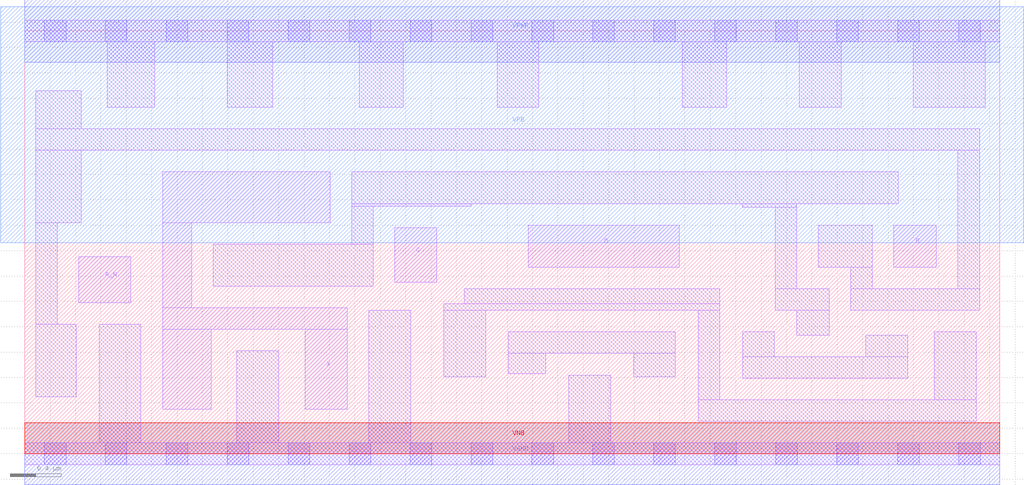
<source format=lef>
# Copyright 2020 The SkyWater PDK Authors
#
# Licensed under the Apache License, Version 2.0 (the "License");
# you may not use this file except in compliance with the License.
# You may obtain a copy of the License at
#
#     https://www.apache.org/licenses/LICENSE-2.0
#
# Unless required by applicable law or agreed to in writing, software
# distributed under the License is distributed on an "AS IS" BASIS,
# WITHOUT WARRANTIES OR CONDITIONS OF ANY KIND, either express or implied.
# See the License for the specific language governing permissions and
# limitations under the License.
#
# SPDX-License-Identifier: Apache-2.0

VERSION 5.7 ;
  NOWIREEXTENSIONATPIN ON ;
  DIVIDERCHAR "/" ;
  BUSBITCHARS "[]" ;
MACRO sky130_fd_sc_hs__and4b_4
  CLASS CORE ;
  FOREIGN sky130_fd_sc_hs__and4b_4 ;
  ORIGIN  0.000000  0.000000 ;
  SIZE  7.680000 BY  3.330000 ;
  SYMMETRY X Y ;
  SITE unit ;
  PIN A_N
    ANTENNAGATEAREA  0.246000 ;
    DIRECTION INPUT ;
    USE SIGNAL ;
    PORT
      LAYER li1 ;
        RECT 0.425000 1.190000 0.835000 1.550000 ;
    END
  END A_N
  PIN B
    ANTENNAGATEAREA  0.492000 ;
    DIRECTION INPUT ;
    USE SIGNAL ;
    PORT
      LAYER li1 ;
        RECT 6.845000 1.470000 7.180000 1.800000 ;
    END
  END B
  PIN C
    ANTENNAGATEAREA  0.492000 ;
    DIRECTION INPUT ;
    USE SIGNAL ;
    PORT
      LAYER li1 ;
        RECT 2.915000 1.350000 3.245000 1.780000 ;
    END
  END C
  PIN D
    ANTENNAGATEAREA  0.492000 ;
    DIRECTION INPUT ;
    USE SIGNAL ;
    PORT
      LAYER li1 ;
        RECT 3.965000 1.470000 5.155000 1.800000 ;
    END
  END D
  PIN X
    ANTENNADIFFAREA  1.209600 ;
    DIRECTION OUTPUT ;
    USE SIGNAL ;
    PORT
      LAYER li1 ;
        RECT 1.085000 0.350000 1.470000 0.980000 ;
        RECT 1.085000 0.980000 2.540000 1.150000 ;
        RECT 1.085000 1.150000 1.315000 1.820000 ;
        RECT 1.085000 1.820000 2.405000 2.220000 ;
        RECT 2.210000 0.350000 2.540000 0.980000 ;
    END
  END X
  PIN VGND
    DIRECTION INOUT ;
    USE GROUND ;
    PORT
      LAYER met1 ;
        RECT 0.000000 -0.245000 7.680000 0.245000 ;
    END
  END VGND
  PIN VNB
    DIRECTION INOUT ;
    USE GROUND ;
    PORT
      LAYER pwell ;
        RECT 0.000000 0.000000 7.680000 0.245000 ;
    END
  END VNB
  PIN VPB
    DIRECTION INOUT ;
    USE POWER ;
    PORT
      LAYER nwell ;
        RECT -0.190000 1.660000 7.870000 3.520000 ;
    END
  END VPB
  PIN VPWR
    DIRECTION INOUT ;
    USE POWER ;
    PORT
      LAYER met1 ;
        RECT 0.000000 3.085000 7.680000 3.575000 ;
    END
  END VPWR
  OBS
    LAYER li1 ;
      RECT 0.000000 -0.085000 7.680000 0.085000 ;
      RECT 0.000000  3.245000 7.680000 3.415000 ;
      RECT 0.085000  0.450000 0.405000 1.020000 ;
      RECT 0.085000  1.020000 0.255000 1.820000 ;
      RECT 0.085000  1.820000 0.445000 2.390000 ;
      RECT 0.085000  2.390000 7.520000 2.560000 ;
      RECT 0.085000  2.560000 0.445000 2.860000 ;
      RECT 0.585000  0.085000 0.915000 1.020000 ;
      RECT 0.650000  2.730000 1.025000 3.245000 ;
      RECT 1.485000  1.320000 2.745000 1.650000 ;
      RECT 1.595000  2.730000 1.955000 3.245000 ;
      RECT 1.670000  0.085000 2.000000 0.810000 ;
      RECT 2.575000  1.650000 2.745000 1.950000 ;
      RECT 2.575000  1.950000 3.515000 1.970000 ;
      RECT 2.575000  1.970000 6.880000 2.220000 ;
      RECT 2.635000  2.730000 2.980000 3.245000 ;
      RECT 2.710000  0.085000 3.040000 1.130000 ;
      RECT 3.300000  0.605000 3.630000 1.130000 ;
      RECT 3.300000  1.130000 5.475000 1.180000 ;
      RECT 3.460000  1.180000 5.475000 1.300000 ;
      RECT 3.720000  2.730000 4.050000 3.245000 ;
      RECT 3.810000  0.630000 4.105000 0.790000 ;
      RECT 3.810000  0.790000 5.125000 0.960000 ;
      RECT 4.285000  0.085000 4.615000 0.620000 ;
      RECT 4.795000  0.605000 5.125000 0.790000 ;
      RECT 5.180000  2.730000 5.530000 3.245000 ;
      RECT 5.305000  0.255000 7.495000 0.425000 ;
      RECT 5.305000  0.425000 5.475000 1.130000 ;
      RECT 5.650000  1.940000 6.080000 1.970000 ;
      RECT 5.655000  0.595000 6.955000 0.765000 ;
      RECT 5.655000  0.765000 5.905000 0.960000 ;
      RECT 5.910000  1.130000 6.335000 1.300000 ;
      RECT 5.910000  1.300000 6.080000 1.940000 ;
      RECT 6.080000  0.935000 6.335000 1.130000 ;
      RECT 6.100000  2.730000 6.430000 3.245000 ;
      RECT 6.250000  1.470000 6.675000 1.800000 ;
      RECT 6.505000  1.130000 7.520000 1.300000 ;
      RECT 6.505000  1.300000 6.675000 1.470000 ;
      RECT 6.625000  0.765000 6.955000 0.935000 ;
      RECT 7.000000  2.730000 7.565000 3.245000 ;
      RECT 7.165000  0.425000 7.495000 0.960000 ;
      RECT 7.350000  1.300000 7.520000 2.390000 ;
    LAYER mcon ;
      RECT 0.155000 -0.085000 0.325000 0.085000 ;
      RECT 0.155000  3.245000 0.325000 3.415000 ;
      RECT 0.635000 -0.085000 0.805000 0.085000 ;
      RECT 0.635000  3.245000 0.805000 3.415000 ;
      RECT 1.115000 -0.085000 1.285000 0.085000 ;
      RECT 1.115000  3.245000 1.285000 3.415000 ;
      RECT 1.595000 -0.085000 1.765000 0.085000 ;
      RECT 1.595000  3.245000 1.765000 3.415000 ;
      RECT 2.075000 -0.085000 2.245000 0.085000 ;
      RECT 2.075000  3.245000 2.245000 3.415000 ;
      RECT 2.555000 -0.085000 2.725000 0.085000 ;
      RECT 2.555000  3.245000 2.725000 3.415000 ;
      RECT 3.035000 -0.085000 3.205000 0.085000 ;
      RECT 3.035000  3.245000 3.205000 3.415000 ;
      RECT 3.515000 -0.085000 3.685000 0.085000 ;
      RECT 3.515000  3.245000 3.685000 3.415000 ;
      RECT 3.995000 -0.085000 4.165000 0.085000 ;
      RECT 3.995000  3.245000 4.165000 3.415000 ;
      RECT 4.475000 -0.085000 4.645000 0.085000 ;
      RECT 4.475000  3.245000 4.645000 3.415000 ;
      RECT 4.955000 -0.085000 5.125000 0.085000 ;
      RECT 4.955000  3.245000 5.125000 3.415000 ;
      RECT 5.435000 -0.085000 5.605000 0.085000 ;
      RECT 5.435000  3.245000 5.605000 3.415000 ;
      RECT 5.915000 -0.085000 6.085000 0.085000 ;
      RECT 5.915000  3.245000 6.085000 3.415000 ;
      RECT 6.395000 -0.085000 6.565000 0.085000 ;
      RECT 6.395000  3.245000 6.565000 3.415000 ;
      RECT 6.875000 -0.085000 7.045000 0.085000 ;
      RECT 6.875000  3.245000 7.045000 3.415000 ;
      RECT 7.355000 -0.085000 7.525000 0.085000 ;
      RECT 7.355000  3.245000 7.525000 3.415000 ;
  END
END sky130_fd_sc_hs__and4b_4
END LIBRARY

</source>
